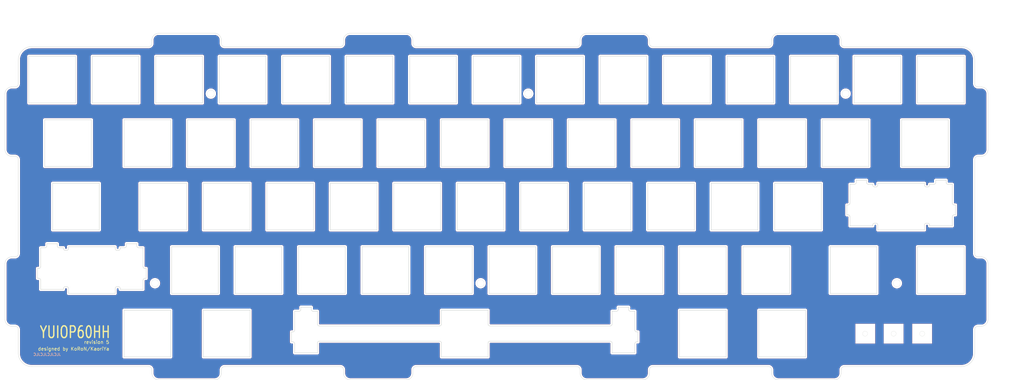
<source format=kicad_pcb>
(kicad_pcb (version 20211014) (generator pcbnew)
  (title_block (title "YUIOP60HH/Top plate with Gasket") (date "2023-06-02") (rev "5.2") (company "KaoriYa"))
  (layers (0 "F.Cu" signal) (31 "B.Cu" signal) (34 "B.Paste" user) (35 "F.Paste" user) (36 "B.SilkS" user "B.Silkscreen") (37 "F.SilkS" user "F.Silkscreen") (38 "B.Mask" user) (39 "F.Mask" user) (44 "Edge.Cuts" user))
  (net 0 "")
  (footprint "yuiop:TopPlate_v2_Switch_1u" (layer "F.Cu") (at 79.15 109.20984)
    (fp_text reference "KSW1" hide)
    (fp_text value "ESC" hide)
    (fp_line (start -7.0104 7.0104) (end 7.0104 7.0104) (layer "Edge.Cuts") (width 0.12))
    (fp_line (start 7.0104 -7.0104) (end -7.0104 -7.0104) (layer "Edge.Cuts") (width 0.12))
    (fp_line (start 7.0104 7.0104) (end 7.0104 -7.0104) (layer "Edge.Cuts") (width 0.12))
    (fp_line (start -7.0104 -7.0104) (end -7.0104 7.0104) (layer "Edge.Cuts") (width 0.12))
  )
  (footprint "yuiop:TopPlate_v2_Switch_1u" (layer "F.Cu") (at 98.2 109.20984)
    (fp_text reference "KSW2" hide)
    (fp_text value "1" hide)
    (fp_line (start -7.0104 7.0104) (end 7.0104 7.0104) (layer "Edge.Cuts") (width 0.12))
    (fp_line (start 7.0104 7.0104) (end 7.0104 -7.0104) (layer "Edge.Cuts") (width 0.12))
    (fp_line (start -7.0104 -7.0104) (end -7.0104 7.0104) (layer "Edge.Cuts") (width 0.12))
    (fp_line (start 7.0104 -7.0104) (end -7.0104 -7.0104) (layer "Edge.Cuts") (width 0.12))
  )
  (footprint "yuiop:TopPlate_v2_Switch_1u" (layer "F.Cu") (at 117.25 109.20984)
    (fp_text reference "KSW3" hide)
    (fp_text value "2" hide)
    (fp_line (start -7.0104 -7.0104) (end -7.0104 7.0104) (layer "Edge.Cuts") (width 0.12))
    (fp_line (start -7.0104 7.0104) (end 7.0104 7.0104) (layer "Edge.Cuts") (width 0.12))
    (fp_line (start 7.0104 -7.0104) (end -7.0104 -7.0104) (layer "Edge.Cuts") (width 0.12))
    (fp_line (start 7.0104 7.0104) (end 7.0104 -7.0104) (layer "Edge.Cuts") (width 0.12))
  )
  (footprint "yuiop:TopPlate_v2_Switch_1u" (layer "F.Cu") (at 136.3 109.20984)
    (fp_text reference "KSW4" hide)
    (fp_text value "3" hide)
    (fp_line (start -7.0104 -7.0104) (end -7.0104 7.0104) (layer "Edge.Cuts") (width 0.12))
    (fp_line (start 7.0104 -7.0104) (end -7.0104 -7.0104) (layer "Edge.Cuts") (width 0.12))
    (fp_line (start -7.0104 7.0104) (end 7.0104 7.0104) (layer "Edge.Cuts") (width 0.12))
    (fp_line (start 7.0104 7.0104) (end 7.0104 -7.0104) (layer "Edge.Cuts") (width 0.12))
  )
  (footprint "yuiop:TopPlate_v2_Switch_1u" (layer "F.Cu") (at 155.35 109.20984)
    (fp_text reference "KSW5" hide)
    (fp_text value "4" hide)
    (fp_line (start -7.0104 -7.0104) (end -7.0104 7.0104) (layer "Edge.Cuts") (width 0.12))
    (fp_line (start 7.0104 -7.0104) (end -7.0104 -7.0104) (layer "Edge.Cuts") (width 0.12))
    (fp_line (start -7.0104 7.0104) (end 7.0104 7.0104) (layer "Edge.Cuts") (width 0.12))
    (fp_line (start 7.0104 7.0104) (end 7.0104 -7.0104) (layer "Edge.Cuts") (width 0.12))
  )
  (footprint "yuiop:TopPlate_v2_Switch_1u" (layer "F.Cu") (at 174.4 109.20984)
    (fp_text reference "KSW6" hide)
    (fp_text value "5" hide)
    (fp_line (start -7.0104 7.0104) (end 7.0104 7.0104) (layer "Edge.Cuts") (width 0.12))
    (fp_line (start 7.0104 -7.0104) (end -7.0104 -7.0104) (layer "Edge.Cuts") (width 0.12))
    (fp_line (start -7.0104 -7.0104) (end -7.0104 7.0104) (layer "Edge.Cuts") (width 0.12))
    (fp_line (start 7.0104 7.0104) (end 7.0104 -7.0104) (layer "Edge.Cuts") (width 0.12))
  )
  (footprint "yuiop:TopPlate_v2_Switch_1u" (layer "F.Cu") (at 193.45 109.20984)
    (fp_text reference "KSW7" hide)
    (fp_text value "6" hide)
    (fp_line (start 7.0104 7.0104) (end 7.0104 -7.0104) (layer "Edge.Cuts") (width 0.12))
    (fp_line (start 7.0104 -7.0104) (end -7.0104 -7.0104) (layer "Edge.Cuts") (width 0.12))
    (fp_line (start -7.0104 -7.0104) (end -7.0104 7.0104) (layer "Edge.Cuts") (width 0.12))
    (fp_line (start -7.0104 7.0104) (end 7.0104 7.0104) (layer "Edge.Cuts") (width 0.12))
  )
  (footprint "yuiop:TopPlate_v2_Switch_1u" (layer "F.Cu") (at 212.5 109.20984)
    (fp_text reference "KSW8" hide)
    (fp_text value "7" hide)
    (fp_line (start -7.0104 -7.0104) (end -7.0104 7.0104) (layer "Edge.Cuts") (width 0.12))
    (fp_line (start -7.0104 7.0104) (end 7.0104 7.0104) (layer "Edge.Cuts") (width 0.12))
    (fp_line (start 7.0104 -7.0104) (end -7.0104 -7.0104) (layer "Edge.Cuts") (width 0.12))
    (fp_line (start 7.0104 7.0104) (end 7.0104 -7.0104) (layer "Edge.Cuts") (width 0.12))
  )
  (footprint "yuiop:TopPlate_v2_Switch_1u" (layer "F.Cu") (at 231.55 109.20984)
    (fp_text reference "KSW9" hide)
    (fp_text value "8" hide)
    (fp_line (start 7.0104 -7.0104) (end -7.0104 -7.0104) (layer "Edge.Cuts") (width 0.12))
    (fp_line (start -7.0104 7.0104) (end 7.0104 7.0104) (layer "Edge.Cuts") (width 0.12))
    (fp_line (start -7.0104 -7.0104) (end -7.0104 7.0104) (layer "Edge.Cuts") (width 0.12))
    (fp_line (start 7.0104 7.0104) (end 7.0104 -7.0104) (layer "Edge.Cuts") (width 0.12))
  )
  (footprint "yuiop:TopPlate_v2_Switch_1u" (layer "F.Cu") (at 250.6 109.20984)
    (fp_text reference "KSW10" hide)
    (fp_text value "9" hide)
    (fp_line (start -7.0104 7.0104) (end 7.0104 7.0104) (layer "Edge.Cuts") (width 0.12))
    (fp_line (start 7.0104 -7.0104) (end -7.0104 -7.0104) (layer "Edge.Cuts") (width 0.12))
    (fp_line (start -7.0104 -7.0104) (end -7.0104 7.0104) (layer "Edge.Cuts") (width 0.12))
    (fp_line (start 7.0104 7.0104) (end 7.0104 -7.0104) (layer "Edge.Cuts") (width 0.12))
  )
  (footprint "yuiop:TopPlate_v2_Switch_1u" (layer "F.Cu") (at 269.65 109.20984)
    (fp_text reference "KSW11" hide)
    (fp_text value "0" hide)
    (fp_line (start 7.0104 7.0104) (end 7.0104 -7.0104) (layer "Edge.Cuts") (width 0.12))
    (fp_line (start 7.0104 -7.0104) (end -7.0104 -7.0104) (layer "Edge.Cuts") (width 0.12))
    (fp_line (start -7.0104 7.0104) (end 7.0104 7.0104) (layer "Edge.Cuts") (width 0.12))
    (fp_line (start -7.0104 -7.0104) (end -7.0104 7.0104) (layer "Edge.Cuts") (width 0.12))
  )
  (footprint "yuiop:TopPlate_v2_Switch_1u" (layer "F.Cu") (at 288.7 109.20984)
    (fp_text reference "KSW12" hide)
    (fp_text value "- _" hide)
    (fp_line (start 7.0104 7.0104) (end 7.0104 -7.0104) (layer "Edge.Cuts") (width 0.12))
    (fp_line (start -7.0104 7.0104) (end 7.0104 7.0104) (layer "Edge.Cuts") (width 0.12))
    (fp_line (start -7.0104 -7.0104) (end -7.0104 7.0104) (layer "Edge.Cuts") (width 0.12))
    (fp_line (start 7.0104 -7.0104) (end -7.0104 -7.0104) (layer "Edge.Cuts") (width 0.12))
  )
  (footprint "yuiop:TopPlate_v2_Switch_1u" (layer "F.Cu") (at 307.75 109.20984)
    (fp_text reference "KSW13" hide)
    (fp_text value "= +" hide)
    (fp_line (start 7.0104 7.0104) (end 7.0104 -7.0104) (layer "Edge.Cuts") (width 0.12))
    (fp_line (start -7.0104 -7.0104) (end -7.0104 7.0104) (layer "Edge.Cuts") (width 0.12))
    (fp_line (start 7.0104 -7.0104) (end -7.0104 -7.0104) (layer "Edge.Cuts") (width 0.12))
    (fp_line (start -7.0104 7.0104) (end 7.0104 7.0104) (layer "Edge.Cuts") (width 0.12))
  )
  (footprint "yuiop:TopPlate_v2_Switch_1u" (layer "F.Cu") (at 326.8 109.20984)
    (fp_text reference "KSW14" hide)
    (fp_text value "\\ _" hide)
    (fp_line (start 7.0104 -7.0104) (end -7.0104 -7.0104) (layer "Edge.Cuts") (width 0.12))
    (fp_line (start -7.0104 7.0104) (end 7.0104 7.0104) (layer "Edge.Cuts") (width 0.12))
    (fp_line (start -7.0104 -7.0104) (end -7.0104 7.0104) (layer "Edge.Cuts") (width 0.12))
    (fp_line (start 7.0104 7.0104) (end 7.0104 -7.0104) (layer "Edge.Cuts") (width 0.12))
  )
  (footprint "yuiop:TopPlate_v2_Switch_1u" (layer "F.Cu") (at 345.85 109.20984)
    (fp_text reference "KSW15" hide)
    (fp_text value "` ~" hide)
    (fp_line (start -7.0104 -7.0104) (end -7.0104 7.0104) (layer "Edge.Cuts") (width 0.12))
    (fp_line (start 7.0104 7.0104) (end 7.0104 -7.0104) (layer "Edge.Cuts") (width 0.12))
    (fp_line (start 7.0104 -7.0104) (end -7.0104 -7.0104) (layer "Edge.Cuts") (width 0.12))
    (fp_line (start -7.0104 7.0104) (end 7.0104 7.0104) (layer "Edge.Cuts") (width 0.12))
  )
  (footprint "yuiop:TopPlate_v2_Switch_1u" (layer "F.Cu") (at 83.9125 128.25984)
    (fp_text reference "KSW16" hide)
    (fp_text value "Tab" hide)
    (fp_line (start 7.0104 7.0104) (end 7.0104 -7.0104) (layer "Edge.Cuts") (width 0.12))
    (fp_line (start -7.0104 7.0104) (end 7.0104 7.0104) (layer "Edge.Cuts") (width 0.12))
    (fp_line (start -7.0104 -7.0104) (end -7.0104 7.0104) (layer "Edge.Cuts") (width 0.12))
    (fp_line (start 7.0104 -7.0104) (end -7.0104 -7.0104) (layer "Edge.Cuts") (width 0.12))
  )
  (footprint "yuiop:TopPlate_v2_Switch_1u" (layer "F.Cu") (at 107.725 128.25984)
    (fp_text reference "KSW17" hide)
    (fp_text value "Q" hide)
    (fp_line (start -7.0104 7.0104) (end 7.0104 7.0104) (layer "Edge.Cuts") (width 0.12))
    (fp_line (start 7.0104 7.0104) (end 7.0104 -7.0104) (layer "Edge.Cuts") (width 0.12))
    (fp_line (start 7.0104 -7.0104) (end -7.0104 -7.0104) (layer "Edge.Cuts") (width 0.12))
    (fp_line (start -7.0104 -7.0104) (end -7.0104 7.0104) (layer "Edge.Cuts") (width 0.12))
  )
  (footprint "yuiop:TopPlate_v2_Switch_1u" (layer "F.Cu") (at 126.775 128.25984)
    (fp_text reference "KSW18" hide)
    (fp_text value "W" hide)
    (fp_line (start 7.0104 7.0104) (end 7.0104 -7.0104) (layer "Edge.Cuts") (width 0.12))
    (fp_line (start -7.0104 -7.0104) (end -7.0104 7.0104) (layer "Edge.Cuts") (width 0.12))
    (fp_line (start 7.0104 -7.0104) (end -7.0104 -7.0104) (layer "Edge.Cuts") (width 0.12))
    (fp_line (start -7.0104 7.0104) (end 7.0104 7.0104) (layer "Edge.Cuts") (width 0.12))
  )
  (footprint "yuiop:TopPlate_v2_Switch_1u" (layer "F.Cu") (at 145.825 128.25984)
    (fp_text reference "KSW19" hide)
    (fp_text value "E" hide)
    (fp_line (start -7.0104 -7.0104) (end -7.0104 7.0104) (layer "Edge.Cuts") (width 0.12))
    (fp_line (start 7.0104 -7.0104) (end -7.0104 -7.0104) (layer "Edge.Cuts") (width 0.12))
    (fp_line (start -7.0104 7.0104) (end 7.0104 7.0104) (layer "Edge.Cuts") (width 0.12))
    (fp_line (start 7.0104 7.0104) (end 7.0104 -7.0104) (layer "Edge.Cuts") (width 0.12))
  )
  (footprint "yuiop:TopPlate_v2_Switch_1u" (layer "F.Cu") (at 164.875 128.25984)
    (fp_text reference "KSW20" hide)
    (fp_text value "R" hide)
    (fp_line (start -7.0104 7.0104) (end 7.0104 7.0104) (layer "Edge.Cuts") (width 0.12))
    (fp_line (start 7.0104 -7.0104) (end -7.0104 -7.0104) (layer "Edge.Cuts") (width 0.12))
    (fp_line (start -7.0104 -7.0104) (end -7.0104 7.0104) (layer "Edge.Cuts") (width 0.12))
    (fp_line (start 7.0104 7.0104) (end 7.0104 -7.0104) (layer "Edge.Cuts") (width 0.12))
  )
  (footprint "yuiop:TopPlate_v2_Switch_1u" (layer "F.Cu") (at 183.925 128.25984)
    (fp_text reference "KSW21" hide)
    (fp_text value "T" hide)
    (fp_line (start -7.0104 7.0104) (end 7.0104 7.0104) (layer "Edge.Cuts") (width 0.12))
    (fp_line (start -7.0104 -7.0104) (end -7.0104 7.0104) (layer "Edge.Cuts") (width 0.12))
    (fp_line (start 7.0104 7.0104) (end 7.0104 -7.0104) (layer "Edge.Cuts") (width 0.12))
    (fp_line (start 7.0104 -7.0104) (end -7.0104 -7.0104) (layer "Edge.Cuts") (width 0.12))
  )
  (footprint "yuiop:TopPlate_v2_Switch_1u" (layer "F.Cu") (at 202.975 128.25984)
    (fp_text reference "KSW22" hide)
    (fp_text value "Y" hide)
    (fp_line (start -7.0104 -7.0104) (end -7.0104 7.0104) (layer "Edge.Cuts") (width 0.12))
    (fp_line (start 7.0104 7.0104) (end 7.0104 -7.0104) (layer "Edge.Cuts") (width 0.12))
    (fp_line (start 7.0104 -7.0104) (end -7.0104 -7.0104) (layer "Edge.Cuts") (width 0.12))
    (fp_line (start -7.0104 7.0104) (end 7.0104 7.0104) (layer "Edge.Cuts") (width 0.12))
  )
  (footprint "yuiop:TopPlate_v2_Switch_1u" (layer "F.Cu") (at 222.025 128.25984)
    (fp_text reference "KSW23" hide)
    (fp_text value "U" hide)
    (fp_line (start 7.0104 -7.0104) (end -7.0104 -7.0104) (layer "Edge.Cuts") (width 0.12))
    (fp_line (start -7.0104 -7.0104) (end -7.0104 7.0104) (layer "Edge.Cuts") (width 0.12))
    (fp_line (start 7.0104 7.0104) (end 7.0104 -7.0104) (layer "Edge.Cuts") (width 0.12))
    (fp_line (start -7.0104 7.0104) (end 7.0104 7.0104) (layer "Edge.Cuts") (width 0.12))
  )
  (footprint "yuiop:TopPlate_v2_Switch_1u" (layer "F.Cu") (at 241.075 128.25984)
    (fp_text reference "KSW24" hide)
    (fp_text value "I" hide)
    (fp_line (start -7.0104 7.0104) (end 7.0104 7.0104) (layer "Edge.Cuts") (width 0.12))
    (fp_line (start -7.0104 -7.0104) (end -7.0104 7.0104) (layer "Edge.Cuts") (width 0.12))
    (fp_line (start 7.0104 -7.0104) (end -7.0104 -7.0104) (layer "Edge.Cuts") (width 0.12))
    (fp_line (start 7.0104 7.0104) (end 7.0104 -7.0104) (layer "Edge.Cuts") (width 0.12))
  )
  (footprint "yuiop:TopPlate_v2_Switch_1u" (layer "F.Cu") (at 260.125 128.25984)
    (fp_text reference "KSW25" hide)
    (fp_text value "O" hide)
    (fp_line (start 7.0104 -7.0104) (end -7.0104 -7.0104) (layer "Edge.Cuts") (width 0.12))
    (fp_line (start -7.0104 7.0104) (end 7.0104 7.0104) (layer "Edge.Cuts") (width 0.12))
    (fp_line (start -7.0104 -7.0104) (end -7.0104 7.0104) (layer "Edge.Cuts") (width 0.12))
    (fp_line (start 7.0104 7.0104) (end 7.0104 -7.0104) (layer "Edge.Cuts") (width 0.12))
  )
  (footprint "yuiop:TopPlate_v2_Switch_1u" (layer "F.Cu") (at 279.175 128.25984)
    (fp_text reference "KSW26" hide)
    (fp_text value "P" hide)
    (fp_line (start -7.0104 7.0104) (end 7.0104 7.0104) (layer "Edge.Cuts") (width 0.12))
    (fp_line (start -7.0104 -7.0104) (end -7.0104 7.0104) (layer "Edge.Cuts") (width 0.12))
    (fp_line (start 7.0104 7.0104) (end 7.0104 -7.0104) (layer "Edge.Cuts") (width 0.12))
    (fp_line (start 7.0104 -7.0104) (end -7.0104 -7.0104) (layer "Edge.Cuts") (width 0.12))
  )
  (footprint "yuiop:TopPlate_v2_Switch_1u" (layer "F.Cu") (at 298.225 128.25984)
    (fp_text reference "KSW27" hide)
    (fp_text value "[ {" hide)
    (fp_line (start 7.0104 -7.0104) (end -7.0104 -7.0104) (layer "Edge.Cuts") (width 0.12))
    (fp_line (start -7.0104 -7.0104) (end -7.0104 7.0104) (layer "Edge.Cuts") (width 0.12))
    (fp_line (start -7.0104 7.0104) (end 7.0104 7.0104) (layer "Edge.Cuts") (width 0.12))
    (fp_line (start 7.0104 7.0104) (end 7.0104 -7.0104) (layer "Edge.Cuts") (width 0.12))
  )
  (footprint "yuiop:TopPlate_v2_Switch_1u" (layer "F.Cu") (at 317.275 128.25984)
    (fp_text reference "KSW28" hide)
    (fp_text value "] }" hide)
    (fp_line (start 7.0104 -7.0104) (end -7.0104 -7.0104) (layer "Edge.Cuts") (width 0.12))
    (fp_line (start -7.0104 -7.0104) (end -7.0104 7.0104) (layer "Edge.Cuts") (width 0.12))
    (fp_line (start 7.0104 7.0104) (end 7.0104 -7.0104) (layer "Edge.Cuts") (width 0.12))
    (fp_line (start -7.0104 7.0104) (end 7.0104 7.0104) (layer "Edge.Cuts") (width 0.12))
  )
  (footprint "yuiop:TopPlate_v2_Switch_1u" (layer "F.Cu") (at 341.087 128.25984)
    (fp_text reference "KSW29" hide)
    (fp_text value "Delete" hide)
    (fp_line (start 7.0104 7.0104) (end 7.0104 -7.0104) (layer "Edge.Cuts") (width 0.12))
    (fp_line (start -7.0104 -7.0104) (end -7.0104 7.0104) (layer "Edge.Cuts") (width 0.12))
    (fp_line (start 7.0104 -7.0104) (end -7.0104 -7.0104) (layer "Edge.Cuts") (width 0.12))
    (fp_line (start -7.0104 7.0104) (end 7.0104 7.0104) (layer "Edge.Cuts") (width 0.12))
  )
  (footprint "yuiop:TopPlate_v2_Switch_1u" (layer "F.Cu") (at 86.2938 147.30984)
    (fp_text reference "KSW30" hide)
    (fp_text value "Ctrl" hide)
    (fp_line (start -7.0104 7.0104) (end 7.0104 7.0104) (layer "Edge.Cuts") (width 0.12))
    (fp_line (start -7.0104 -7.0104) (end -7.0104 7.0104) (layer "Edge.Cuts") (width 0.12))
    (fp_line (start 7.0104 -7.0104) (end -7.0104 -7.0104) (layer "Edge.Cuts") (width 0.12))
    (fp_line (start 7.0104 7.0104) (end 7.0104 -7.0104) (layer "Edge.Cuts") (width 0.12))
  )
  (footprint "yuiop:TopPlate_v2_Switch_1u" (layer "F.Cu") (at 112.487 147.30984)
    (fp_text reference "KSW31" hide)
    (fp_text value "A" hide)
    (fp_line (start 7.0104 -7.0104) (end -7.0104 -7.0104) (layer "Edge.Cuts") (width 0.12))
    (fp_line (start -7.0104 -7.0104) (end -7.0104 7.0104) (layer "Edge.Cuts") (width 0.12))
    (fp_line (start 7.0104 7.0104) (end 7.0104 -7.0104) (layer "Edge.Cuts") (width 0.12))
    (fp_line (start -7.0104 7.0104) (end 7.0104 7.0104) (layer "Edge.Cuts") (width 0.12))
  )
  (footprint "yuiop:TopPlate_v2_Switch_1u" (layer "F.Cu") (at 131.537 147.30984)
    (fp_text reference "KSW32" hide)
    (fp_text value "S" hide)
    (fp_line (start 7.0104 7.0104) (end 7.0104 -7.0104) (layer "Edge.Cuts") (width 0.12))
    (fp_line (start 7.0104 -7.0104) (end -7.0104 -7.0104) (layer "Edge.Cuts") (width 0.12))
    (fp_line (start -7.0104 7.0104) (end 7.0104 7.0104) (layer "Edge.Cuts") (width 0.12))
    (fp_line (start -7.0104 -7.0104) (end -7.0104 7.0104) (layer "Edge.Cuts") (width 0.12))
  )
  (footprint "yuiop:TopPlate_v2_Switch_1u" (layer "F.Cu") (at 150.587 147.30984)
    (fp_text reference "KSW33" hide)
    (fp_text value "D" hide)
    (fp_line (start -7.0104 7.0104) (end 7.0104 7.0104) (layer "Edge.Cuts") (width 0.12))
    (fp_line (start 7.0104 -7.0104) (end -7.0104 -7.0104) (layer "Edge.Cuts") (width 0.12))
    (fp_line (start 7.0104 7.0104) (end 7.0104 -7.0104) (layer "Edge.Cuts") (width 0.12))
    (fp_line (start -7.0104 -7.0104) (end -7.0104 7.0104) (layer "Edge.Cuts") (width 0.12))
  )
  (footprint "yuiop:TopPlate_v2_Switch_1u" (layer "F.Cu") (at 169.637 147.30984)
    (fp_text reference "KSW34" hide)
    (fp_text value "F" hide)
    (fp_line (start -7.0104 7.0104) (end 7.0104 7.0104) (layer "Edge.Cuts") (width 0.12))
    (fp_line (start 7.0104 7.0104) (end 7.0104 -7.0104) (layer "Edge.Cuts") (width 0.12))
    (fp_line (start 7.0104 -7.0104) (end -7.0104 -7.0104) (layer "Edge.Cuts") (width 0.12))
    (fp_line (start -7.0104 -7.0104) (end -7.0104 7.0104) (layer "Edge.Cuts") (width 0.12))
  )
  (footprint "yuiop:TopPlate_v2_Switch_1u" (layer "F.Cu") (at 188.687 147.30984)
    (fp_text reference "KSW35" hide)
    (fp_text value "G" hide)
    (fp_line (start -7.0104 7.0104) (end 7.0104 7.0104) (layer "Edge.Cuts") (width 0.12))
    (fp_line (start -7.0104 -7.0104) (end -7.0104 7.0104) (layer "Edge.Cuts") (width 0.12))
    (fp_line (start 7.0104 7.0104) (end 7.0104 -7.0104) (layer "Edge.Cuts") (width 0.12))
    (fp_line (start 7.0104 -7.0104) (end -7.0104 -7.0104) (layer "Edge.Cuts") (width 0.12))
  )
  (footprint "yuiop:TopPlate_v2_Switch_1u" (layer "F.Cu") (at 207.737 147.30984)
    (fp_text reference "KSW36" hide)
    (fp_text value "H" hide)
    (fp_line (start -7.0104 7.0104) (end 7.0104 7.0104) (layer "Edge.Cuts") (width 0.12))
    (fp_line (start 7.0104 -7.0104) (end -7.0104 -7.0104) (layer "Edge.Cuts") (width 0.12))
    (fp_line (start 7.0104 7.0104) (end 7.0104 -7.0104) (layer "Edge.Cuts") (width 0.12))
    (fp_line (start -7.0104 -7.0104) (end -7.0104 7.0104) (layer "Edge.Cuts") (width 0.12))
  )
  (footprint "yuiop:TopPlate_v2_Switch_1u" (layer "F.Cu") (at 226.787 147.30984)
    (fp_text reference "KSW37" hide)
    (fp_text value "J" hide)
    (fp_line (start 7.0104 -7.0104) (end -7.0104 -7.0104) (layer "Edge.Cuts") (width 0.12))
    (fp_line (start -7.0104 -7.0104) (end -7.0104 7.0104) (layer "Edge.Cuts") (width 0.12))
    (fp_line (start 7.0104 7.0104) (end 7.0104 -7.0104) (layer "Edge.Cuts") (width 0.12))
    (fp_line (start -7.0104 7.0104) (end 7.0104 7.0104) (layer "Edge.Cuts") (width 0.12))
  )
  (footprint "yuiop:TopPlate_v2_Switch_1u" (layer "F.Cu") (at 245.837 147.30984)
    (fp_text reference "KSW38" hide)
    (fp_text value "K" hide)
    (fp_line (start 7.0104 -7.0104) (end -7.0104 -7.0104) (layer "Edge.Cuts") (width 0.12))
    (fp_line (start 7.0104 7.0104) (end 7.0104 -7.0104) (layer "Edge.Cuts") (width 0.12))
    (fp_line (start -7.0104 -7.0104) (end -7.0104 7.0104) (layer "Edge.Cuts") (width 0.12))
    (fp_line (start -7.0104 7.0104) (end 7.0104 7.0104) (layer "Edge.Cuts") (width 0.12))
  )
  (footprint "yuiop:TopPlate_v2_Switch_1u" (layer "F.Cu") (at 264.887 147.30984)
    (fp_text reference "KSW39" hide)
    (fp_text value "L" hide)
    (fp_line (start 7.0104 -7.0104) (end -7.0104 -7.0104) (layer "Edge.Cuts") (width 0.12))
    (fp_line (start -7.0104 -7.0104) (end -7.0104 7.0104) (layer "Edge.Cuts") (width 0.12))
    (fp_line (start 7.0104 7.0104) (end 7.0104 -7.0104) (layer "Edge.Cuts") (width 0.12))
    (fp_line (start -7.0104 7.0104) (end 7.0104 7.0104) (layer "Edge.Cuts") (width 0.12))
  )
  (footprint "yuiop:TopPlate_v2_Switch_1u" (layer "F.Cu") (at 283.937 147.30984)
    (fp_text reference "KSW40" hide)
    (fp_text value "; :" hide)
    (fp_line (start 7.0104 -7.0104) (end -7.0104 -7.0104) (layer "Edge.Cuts") (width 0.12))
    (fp_line (start 7.0104 7.0104) (end 7.0104 -7.0104) (layer "Edge.Cuts") (width 0.12))
    (fp_line (start -7.0104 -7.0104) (end -7.0104 7.0104) (layer "Edge.Cuts") (width 0.12))
    (fp_line (start -7.0104 7.0104) (end 7.0104 7.0104) (layer "Edge.Cuts") (width 0.12))
  )
  (footprint "yuiop:TopPlate_v2_Switch_1u" (layer "F.Cu") (at 302.987 147.30984)
    (fp_text reference "KSW41" hide)
    (fp_text value "' \"" hide)
    (fp_line (start -7.0104 -7.0104) (end -7.0104 7.0104) (layer "Edge.Cuts") (width 0.12))
    (fp_line (start 7.0104 -7.0104) (end -7.0104 -7.0104) (layer "Edge.Cuts") (width 0.12))
    (fp_line (start 7.0104 7.0104) (end 7.0104 -7.0104) (layer "Edge.Cuts") (width 0.12))
    (fp_line (start -7.0104 7.0104) (end 7.0104 7.0104) (layer "Edge.Cuts") (width 0.12))
  )
  (footprint "yuiop:TopPlate_v2_Switch_1u" (layer "F.Cu") (at 122.013 166.35984)
    (fp_text reference "KSW44" hide)
    (fp_text value "Z" hide)
    (fp_line (start 7.0104 7.0104) (end 7.0104 -7.0104) (layer "Edge.Cuts") (width 0.12))
    (fp_line (start -7.0104 7.0104) (end 7.0104 7.0104) (layer "Edge.Cuts") (width 0.12))
    (fp_line (start -7.0104 -7.0104) (end -7.0104 7.0104) (layer "Edge.Cuts") (width 0.12))
    (fp_line (start 7.0104 -7.0104) (end -7.0104 -7.0104) (layer "Edge.Cuts") (width 0.12))
  )
  (footprint "yuiop:TopPlate_v2_Switch_1u" (layer "F.Cu") (at 141.063 166.35984)
    (fp_text reference "KSW45" hide)
    (fp_text value "X" hide)
    (fp_line (start -7.0104 7.0104) (end 7.0104 7.0104) (layer "Edge.Cuts") (width 0.12))
    (fp_line (start 7.0104 7.0104) (end 7.0104 -7.0104) (layer "Edge.Cuts") (width 0.12))
    (fp_line (start 7.0104 -7.0104) (end -7.0104 -7.0104) (layer "Edge.Cuts") (width 0.12))
    (fp_line (start -7.0104 -7.0104) (end -7.0104 7.0104) (layer "Edge.Cuts") (width 0.12))
  )
  (footprint "yuiop:TopPlate_v2_Switch_1u" (layer "F.Cu") (at 160.113 166.35984)
    (fp_text reference "KSW46" hide)
    (fp_text value "C" hide)
    (fp_line (start 7.0104 7.0104) (end 7.0104 -7.0104) (layer "Edge.Cuts") (width 0.12))
    (fp_line (start 7.0104 -7.0104) (end -7.0104 -7.0104) (layer "Edge.Cuts") (width 0.12))
    (fp_line (start -7.0104 7.0104) (end 7.0104 7.0104) (layer "Edge.Cuts") (width 0.12))
    (fp_line (start -7.0104 -7.0104) (end -7.0104 7.0104) (layer "Edge.Cuts") (width 0.12))
  )
  (footprint "yuiop:TopPlate_v2_Switch_1u" (layer "F.Cu") (at 179.163 166.35984)
    (fp_text reference "KSW47" hide)
    (fp_text value "V" hide)
    (fp_line (start -7.0104 7.0104) (end 7.0104 7.0104) (layer "Edge.Cuts") (width 0.12))
    (fp_line (start 7.0104 -7.0104) (end -7.0104 -7.0104) (layer "Edge.Cuts") (width 0.12))
    (fp_line (start 7.0104 7.0104) (end 7.0104 -7.0104) (layer "Edge.Cuts") (width 0.12))
    (fp_line (start -7.0104 -7.0104) (end -7.0104 7.0104) (layer "Edge.Cuts") (width 0.12))
  )
  (footprint "yuiop:TopPlate_v2_Switch_1u" (layer "F.Cu") (at 198.213 166.35984)
    (fp_text reference "KSW48" hide)
    (fp_text value "B" hide)
    (fp_line (start 7.0104 -7.0104) (end -7.0104 -7.0104) (layer "Edge.Cuts") (width 0.12))
    (fp_line (start -7.0104 7.0104) (end 7.0104 7.0104) (layer "Edge.Cuts") (width 0.12))
    (fp_line (start 7.0104 7.0104) (end 7.0104 -7.0104) (layer "Edge.Cuts") (width 0.12))
    (fp_line (start -7.0104 -7.0104) (end -7.0104 7.0104) (layer "Edge.Cuts") (width 0.12))
  )
  (footprint "yuiop:TopPlate_v2_Switch_1u" (layer "F.Cu") (at 217.263 166.35984)
    (fp_text reference "KSW49" hide)
    (fp_text value "N" hide)
    (fp_line (start -7.0104 7.0104) (end 7.0104 7.0104) (layer "Edge.Cuts") (width 0.12))
    (fp_line (start -7.0104 -7.0104) (end -7.0104 7.0104) (layer "Edge.Cuts") (width 0.12))
    (fp_line (start 7.0104 -7.0104) (end -7.0104 -7.0104) (layer "Edge.Cuts") (width 0.12))
    (fp_line (start 7.0104 7.0104) (end 7.0104 -7.0104) (layer "Edge.Cuts") (width 0.12))
  )
  (footprint "yuiop:TopPlate_v2_Switch_1u" (layer "F.Cu") (at 236.313 166.35984)
    (fp_text reference "KSW50" hide)
    (fp_text value "M" hide)
    (fp_line (start -7.0104 7.0104) (end 7.0104 7.0104) (layer "Edge.Cuts") (width 0.12))
    (fp_line (start 7.0104 -7.0104) (end -7.0104 -7.0104) (layer "Edge.Cuts") (width 0.12))
    (fp_line (start 7.0104 7.0104) (end 7.0104 -7.0104) (layer "Edge.Cuts") (width 0.12))
    (fp_line (start -7.0104 -7.0104) (end -7.0104 7.0104) (layer "Edge.Cuts") (width 0.12))
  )
  (footprint "yuiop:TopPlate_v2_Switch_1u" (layer "F.Cu") (at 255.363 166.35984)
    (fp_text reference "KSW51" hide)
    (fp_text value ", <" hide)
    (fp_line (start 7.0104 -7.0104) (end -7.0104 -7.0104) (layer "Edge.Cuts") (width 0.12))
    (fp_line (start -7.0104 -7.0104) (end -7.0104 7.0104) (layer "Edge.Cuts") (width 0.12))
    (fp_line (start 7.0104 7.0104) (end 7.0104 -7.0104) (layer "Edge.Cuts") (width 0.12))
    (fp_line (start -7.0104 7.0104) (end 7.0104 7.0104) (layer "Edge.Cuts") (width 0.12))
  )
  (footprint "yuiop:TopPlate_v2_Switch_1u" (layer "F.Cu") (at 274.413 166.35984)
    (fp_text reference "KSW52" hide)
    (fp_text value ". >" hide)
    (fp_line (start -7.0104 7.0104) (end 7.0104 7.0104) (layer "Edge.Cuts") (width 0.12))
    (fp_line (start 7.0104 7.0104) (end 7.0104 -7.0104) (layer "Edge.Cuts") (width 0.12))
    (fp_line (start 7.0104 -7.0104) (end -7.0104 -7.0104) (layer "Edge.Cuts") (width 0.12))
    (fp_line (start -7.0104 -7.0104) (end -7.0104 7.0104) (layer "Edge.Cuts") (width 0.12))
  )
  (footprint "yuiop:TopPlate_v2_Switch_1u" (layer "F.Cu") (at 293.463 166.35984)
    (fp_text reference "KSW53" hide)
    (fp_text value "/ ?" hide)
    (fp_line (start -7.0104 7.0104) (end 7.0104 7.0104) (layer "Edge.Cuts") (width 0.12))
    (fp_line (start -7.0104 -7.0104) (end -7.0104 7.0104) (layer "Edge.Cuts") (width 0.12))
    (fp_line (start 7.0104 -7.0104) (end -7.0104 -7.0104) (layer "Edge.Cuts") (width 0.12))
    (fp_line (start 7.0104 7.0104) (end 7.0104 -7.0104) (layer "Edge.Cuts") (width 0.12))
  )
  (footprint "yuiop:TopPlate_v2_Switch_1u" (layer "F.Cu") (at 319.656 166.35984)
    (fp_text reference "KSW54" hide)
    (fp_text value "Shift" hide)
    (fp_line (start 7.0104 -7.0104) (end -7.0104 -7.0104) (layer "Edge.Cuts") (width 0.12))
    (fp_line (start 7.0104 7.0104) (end 7.0104 -7.0104) (layer "Edge.Cuts") (width 0.12))
    (fp_line (start -7.0104 -7.0104) (end -7.0104 7.0104) (layer "Edge.Cuts") (width 0.12))
    (fp_line (start -7.0104 7.0104) (end 7.0104 7.0104) (layer "Edge.Cuts") (width 0.12))
  )
  (footprint "yuiop:TopPlate_v2_Switch_1u" (layer "F.Cu") (at 345.85 166.35984)
    (fp_text reference "KSW55" hide)
    (fp_text value "Fn" hide)
    (fp_line (start 7.0104 -7.0104) (end -7.0104 -7.0104) (layer "Edge.Cuts") (width 0.12))
    (fp_line (start -7.0104 -7.0104) (end -7.0104 7.0104) (layer "Edge.Cuts") (width 0.12))
    (fp_line (start 7.0104 7.0104) (end 7.0104 -7.0104) (layer "Edge.Cuts") (width 0.12))
    (fp_line (start -7.0104 7.0104) (end 7.0104 7.0104) (layer "Edge.Cuts") (width 0.12))
  )
  (footprint "yuiop:TopPlate_v2_Switch_1u" (layer "F.Cu") (at 131.537 185.40984)
    (fp_text reference "KSW57" hide)
    (fp_text value "GUI" hide)
    (fp_line (start -7.0104 -7.0104) (end -7.0104 7.0104) (layer "Edge.Cuts") (width 0.12))
    (fp_line (start 7.0104 7.0104) (end 7.0104 -7.0104) (layer "Edge.Cuts") (width 0.12))
    (fp_line (start 7.0104 -7.0104) (end -7.0104 -7.0104) (layer "Edge.Cuts") (width 0.12))
    (fp_line (start -7.0104 7.0104) (end 7.0104 7.0104) (layer "Edge.Cuts") (width 0.12))
  )
  (footprint "yuiop:TopPlate_v2_Switch_1u" (layer "F.Cu") (at 274.413 185.40984)
    (fp_text reference "KSW59" hide)
    (fp_text value "GUI" hide)
    (fp_line (start -7.0104 -7.0104) (end -7.0104 7.0104) (layer "Edge.Cuts") (width 0.12))
    (fp_line (start 7.0104 -7.0104) (end -7.0104 -7.0104) (layer "Edge.Cuts") (width 0.12))
    (fp_line (start 7.0104 7.0104) (end 7.0104 -7.0104) (layer "Edge.Cuts") (width 0.12))
    (fp_line (start -7.0104 7.0104) (end 7.0104 7.0104) (layer "Edge.Cuts") (width 0.12))
  )
  (footprint "yuiop:TopPlate_v2_Switch_1u" (layer "F.Cu") (at 298.225 185.40984)
    (fp_text reference "KSW60" hide)
    (fp_text value "Alt" hide)
    (fp_line (start -7.0104 7.0104) (end 7.0104 7.0104) (layer "Edge.Cuts") (width 0.12))
    (fp_line (start 7.0104 -7.0104) (end -7.0104 -7.0104) (layer "Edge.Cuts") (width 0.12))
    (fp_line (start -7.0104 -7.0104) (end -7.0104 7.0104) (layer "Edge.Cuts") (width 0.12))
    (fp_line (start 7.0104 7.0104) (end 7.0104 -7.0104) (layer "Edge.Cuts") (width 0.12))
  )
  (footprint "yuiop:TopPlate_v2_Stabilizer_2u" (layer "F.Cu") (at 91.0562 166.35984 180)
    (fp_text reference "KSW43" hide)
    (fp_text value "Shift")
    (fp_line (start 7.5104 -4.9784) (end 8.0097 -4.9784) (layer "Edge.Cuts") (width 0.12))
    (fp_line (start -16.3068 0.508) (end -16.3068 -2.4892) (layer "Edge.Cuts") (width 0.12))
    (fp_line (start 15.867 -2.4892) (end 16.3068 -2.4892) (layer "Edge.Cuts") (width 0.12))
    (fp_line (start 16.3068 0.508) (end 15.867 0.508) (layer "Edge.Cuts") (width 0.12))
    (fp_line (start 7.0104 7.0104) (end -7.0104 7.0104) (layer "Edge.Cuts") (width 0.12))
    (fp_line (start 7.0104 6.4182) (end 7.0104 7.0104) (layer "Edge.Cuts") (width 0.12))
    (fp_line (start 8.509 -5.4784) (end 8.509 -5.7912) (layer "Edge.Cuts") (width 0.12))
    (fp_line (start 10.3632 7.9248) (end 10.3632 7.2056) (layer "Edge.Cuts") (width 0.12))
    (fp_line (start 8.509 6.7056) (end 8.509 6.4182) (layer "Edge.Cuts") (width 0.12))
    (fp_line (start -13.5128 7.9248) (end -13.5128 7.2056) (layer "Edge.Cuts") (width 0.12))
    (fp_line (start -8.509 6.4182) (end -8.509 6.7056) (layer "Edge.Cuts") (width 0.12))
    (fp_line (start -8.0097 -4.9784) (end -7.5104 -4.9784) (layer "Edge.Cuts") (width 0.12))
    (fp_line (start -16.3068 -2.4892) (end -15.867 -2.4892) (layer "Edge.Cuts") (width 0.12))
    (fp_line (start -7.0104 -7.0104) (end 7.0104 -7.0104) (layer "Edge.Cuts") (width 0.12))
    (fp_line (start -15.367 -2.9892) (end -15.367 -5.7912) (layer "Edge.Cuts") (width 0.12))
    (fp_line (start -15.367 -5.7912) (end -8.509 -5.7912) (layer "Edge.Cuts") (width 0.12))
    (fp_line (start -10.3632 7.2056) (end -10.3632 7.9248) (layer "Edge.Cuts") (width 0.12))
    (fp_line (start -8.509 6.7056) (end -9.8632 6.7056) (layer "Edge.Cuts") (width 0.12))
    (fp_line (start 13.5128 7.2056) (end 13.5128 7.9248) (layer "Edge.Cuts") (width 0.12))
    (fp_line (start 8.509 -5.7912) (end 15.367 -5.7912) (layer "Edge.Cuts") (width 0.12))
    (fp_line (start 8.009 5.9182) (end 7.5104 5.9182) (layer "Edge.Cuts") (width 0.12))
    (fp_line (start -14.0128 6.7056) (end -15.367 6.7056) (layer "Edge.Cuts") (width 0.12))
    (fp_line (start 7.0104 -7.0104) (end 7.0104 -5.4784) (layer "Edge.Cuts") (width 0.12))
    (fp_line (start -7.5097 5.9182) (end -8.009 5.9182) (layer "Edge.Cuts") (width 0.12))
    (fp_line (start 16.3068 -2.4892) (end 16.3068 0.508) (layer "Edge.Cuts") (width 0.12))
    (fp_line (start -15.367 6.7056) (end -15.367 1.008) (layer "Edge.Cuts") (width 0.12))
    (fp_line (start 15.367 -5.7912) (end 15.367 -2.9892) (layer "Edge.Cuts") (width 0.12))
    (fp_line (start -10.3632 7.9248) (end -13.5128 7.9248) (layer "Edge.Cuts") (width 0.12))
    (fp_line (start 9.8632 6.7056) (end 8.509 6.7056) (layer "Edge.Cuts") (width 0.12))
    (fp_line (start 15.367 1.008) (end 15.367 6.7056) (layer "Edge.Cuts") (width 0.12))
    (fp_line (start -7.0104 -5.4784) (end -7.0104 -7.0104) (layer "Edge.Cuts") (width 0.12))
    (fp_line (start -15.867 0.508) (end -16.3068 0.508) (layer "Edge.Cuts") (width 0.12))
    (fp_line (start 13.5128 7.9248) (end 10.3632 7.9248) (layer "Edge.Cuts") (width 0.12))
    (fp_line (start -7.0104 7.0104) (end -7.0104 6.4182) (layer "Edge.Cuts") (width 0.12))
    (fp_line (start -8.509 -5.7912) (end -8.509 -5.4784) (layer "Edge.Cuts") (width 0.12))
    (fp_line (start 15.367 6.7056) (end 14.0128 6.7056) (layer "Edge.Cuts") (width 0.12))
    (fp_arc (start -7.5097 5.9182) (mid -7.156599 6.064894) (end -7.0104 6.4182) (layer "Edge.Cuts") (width 0.12))
    (fp_arc (start 7.5104 -4.9784) (mid 7.156847 -5.124847) (end 7.0104 -5.4784) (layer "Edge.Cuts") (width 0.12))
    (fp_arc (start -7.0104 -5.4784) (mid -7.156847 -5.124847) (end -7.5104 -4.9784) (layer "Edge.Cuts") (width 0.12))
    (fp_arc (start 7.0104 6.4182) (mid 7.156847 6.064647) (end 7.5104 5.9182) (layer "Edge.Cuts") (width 0.12))
    (fp_arc (start 8.509 -5.4784) (mid 8.362801 -5.125094) (end 8.0097 -4.9784) (layer "Edge.Cuts") (width 0.12))
    (fp_arc (start 13.5128 7.2056) (mid 13.659247 6.852047) (end 14.0128 6.7056) (layer "Edge.Cuts") (width 0.12))
    (fp_arc (start -15.367 -2.9892) (mid -15.513447 -2.635647) (end -15.867 -2.4892) (layer "Edge.Cuts") (width 0.12))
    (fp_arc (start -15.867 0.508) (mid -15.513447 0.654447) (end -15.367 1.008) (layer "Edge.Cuts") (width 0.12))
    (fp_arc (start -8.0097 -4.9784) (mid -8.362801 -5.125094) (end -8.509 -5.4784) (layer "Edge.Cuts") (width 0.12))
    (fp_arc (start 8.009 5.9182) (mid 8.362553 6.064647) (end 8.509 6.4182) (layer "Edge.Cuts") (width 0.12))
    (fp_arc (start -8.509 6.4182) (mid -8.362553 6.064647) (end -8.009 5.9182) (layer "Edge.Cuts") (width 0.12))
    (fp_arc (start -10.3632 7.2056) (mid -10.216753 6.852047) (end -9.8632 6.7056) (layer "Edge.Cuts") (width 0.12))
    (fp_arc (start 15.367 1.008) (mid 15.513447 0.654447) (end 15.867 0.508) (layer "Edge.Cuts") (width 0.12))
    (fp_arc (start 15.867 -2.4892) (mid 15.513447 -2.635647) (end 15.367 -2.9892) (layer "Edge.Cuts") (width 0.12))
    (fp_arc (start -14.0128 6.7056) (mid -13.659247 6.852047) (end -13.5128 7.2056) (layer "Edge.Cuts") (width 0.12))
    (fp_arc (start 9.8632 6.7056) (mid 10.216753 6.852047) (end 10.3632 7.2056) (layer "Edge.Cuts") (width 0.12))
  )
  (footprint "yuiop:TopPlate_v2_Stabilizer_6u" (layer "F.Cu") (at 202.975 185.40984 180)
    (fp_text reference "KSW58" hide)
    (fp_text value "Space")
    (fp_line (start 43.696 2.286) (end 7.5104 2.286) (layer "Edge.Cuts") (width 0.12))
    (fp_line (start 44.196 6.7056) (end 44.196 2.786) (layer "Edge.Cuts") (width 0.12))
    (fp_line (start -44.196 2.786) (end -44.196 6.7056) (layer "Edge.Cuts") (width 0.12))
    (fp_line (start 49.1998 7.2056) (end 49.1998 7.9248) (layer "Edge.Cuts") (width 0.12))
    (fp_line (start -51.054 -2.9892) (end -51.054 -5.7912) (layer "Edge.Cuts") (width 0.12))
    (fp_line (start -7.0104 7.0104) (end -7.0104 2.786) (layer "Edge.Cuts") (width 0.12))
    (fp_line (start -51.554 0.508) (end -51.9938 0.508) (layer "Edge.Cuts") (width 0.12))
    (fp_line (start 51.554 -2.4892) (end 51.9938 -2.4892) (layer "Edge.Cuts") (width 0.12))
    (fp_line (start 7.0104 7.0104) (end -7.0104 7.0104) (layer "Edge.Cuts") (width 0.12))
    (fp_line (start -7.0104 -2.786) (end -7.0104 -7.0104) (layer "Edge.Cuts") (width 0.12))
    (fp_line (start 7.5104 -2.286) (end 43.696 -2.286) (layer "Edge.Cuts") (width 0.12))
    (fp_line (start 46.0502 7.9248) (end 46.0502 7.2056) (layer "Edge.Cuts") (width 0.12))
    (fp_line (start -46.0502 7.9248) (end -49.1998 7.9248) (layer "Edge.Cuts") (width 0.12))
    (fp_line (start -44.196 -5.7912) (end -44.196 -2.786) (layer "Edge.Cuts") (width 0.12))
    (fp_line (start 44.196 -2.786) (end 44.196 -5.7912) (layer "Edge.Cuts") (width 0.12))
    (fp_line (start 7.0104 2.786) (end 7.0104 7.0104) (layer "Edge.Cuts") (width 0.12))
    (fp_line (start -51.9938 0.508) (end -51.9938 -2.4892) (layer "Edge.Cuts") (width 0.12))
    (fp_line (start 51.9938 -2.4892) (end 51.9938 0.508) (layer "Edge.Cuts") (width 0.12))
    (fp_line (start -7.5104 2.286) (end -43.696 2.286) (layer "Edge.Cuts") (width 0.12))
    (fp_line (start 51.9938 0.508) (end 51.554 0.508) (layer "Edge.Cuts") (width 0.12))
    (fp_line (start -46.0502 7.2056) (end -46.0502 7.9248) (layer "Edge.Cuts") (width 0.12))
    (fp_line (start -49.1998 7.9248) (end -49.1998 7.2056) (layer "Edge.Cuts") (width 0.12))
    (fp_line (start -44.196 6.7056) (end -45.5502 6.7056) (layer "Edge.Cuts") (width 0.12))
    (fp_line (start -7.0104 -7.0104) (end 7.0104 -7.0104) (layer "Edge.Cuts") (width 0.12))
    (fp_line (start 7.0104 -7.0104) (end 7.0104 -2.786) (layer "Edge.Cuts") (width 0.12))
    (fp_line (start -51.9938 -2.4892) (end -51.523954 -2.490104) (layer "Edge.Cuts") (width 0.12))
    (fp_line (start -51.054 6.7056) (end -51.054 1.008) (layer "Edge.Cuts") (width 0.12))
    (fp_line (start -43.696 -2.286) (end -7.5104 -2.286) (layer "Edge.Cuts") (width 0.12))
    (fp_line (start 51.054 6.7056) (end 49.6998 6.7056) (layer "Edge.Cuts") (width 0.12))
    (fp_line (start 49.1998 7.9248) (end 46.0502 7.9248) (layer "Edge.Cuts") (width 0.12))
    (fp_line (start -51.054 -5.7912) (end -44.196 -5.7912) (layer "Edge.Cuts") (width 0.12))
    (fp_line (start 44.196 -5.7912) (end 51.054 -5.7912) (layer "Edge.Cuts") (width 0.12))
    (fp_line (start -49.6998 6.7056) (end -51.054 6.7056) (layer "Edge.Cuts") (width 0.12))
    (fp_line (start 45.5502 6.7056) (end 44.196 6.7056) (layer "Edge.Cuts") (width 0.12))
    (fp_line (start 51.054 -5.7912) (end 51.054 -2.9892) (layer "Edge.Cuts") (width 0.12))
    (fp_line (start 51.054 1.008) (end 51.054 6.7056) (layer "Edge.Cuts") (width 0.12))
    (fp_arc (start 7.0104 2.786) (mid 7.156847 2.432447) (end 7.5104 2.286) (layer "Edge.Cuts") (width 0.12))
    (fp_arc (start 49.1998 7.2056) (mid 49.346247 6.852047) (end 49.6998 6.7056) (layer "Edge.Cuts") (width 0.12))
    (fp_arc (start 51.554 -2.4892) (mid 51.200447 -2.635647) (end 51.054 -2.9892) (layer "Edge.Cuts") (width 0.12))
    (fp_arc (start 43.696 2.286) (mid 44.049553 2.432447) (end 44.196 2.786) (layer "Edge.Cuts") (width 0.12))
    (fp_arc (start -51.554 0.508) (mid -51.200447 0.654447) (end -51.054 1.008) (layer "Edge.Cuts") (width 0.12))
    (fp_arc (start -7.0104 -2.786) (mid -7.156847 -2.432447) (end -7.5104 -2.286) (layer "Edge.Cuts") (width 0.12))
    (fp_arc (start -51.054 -2.9892) (mid -51.189979 -2.646434) (end -51.523954 -2.490104) (layer "Edge.Cuts") (width 0.12))
    (fp_arc (start 45.5502 6.7056) (mid 45.903753 6.852047) (end 46.0502 7.2056) (layer "Edge.Cuts") (width 0.12))
    (fp_arc (start -43.696 -2.286) (mid -44.049553 -2.432447) (end -44.196 -2.786) (layer "Edge.Cuts") (width 0.12))
    (fp_arc (start -7.5104 2.286) (mid -7.156847 2.432447) (end -7.0104 2.786) (layer "Edge.Cuts") (width 0.12))
    (fp_arc (start -44.196 2.786) (mid -44.049553 2.432447) (end -43.696 2.286) (layer "Edge.Cuts") (width 0.12))
    (fp_arc (start 7.5104 -2.286) (mid 7.156847 -2.432447) (end 7.0104 -2.786) (layer "Edge.Cuts") (width 0.12))
    (fp_arc (start 51.054 1.008) (mid 51.200447 0.654447) (end 51.554 0.508) (layer "Edge.Cuts") (width 0.12))
    (fp_arc (start 44.196 -2.786) (mid 44.049553 -2.432447) (end 43.696 -2.286) (layer "Edge.Cuts") (width 0.12))
    (fp_arc (start -46.0502 7.2056) (mid -45.903753 6.852047) (end -45.5502 6.7056) (layer "Edge.Cuts") (width 0.12))
    (fp_arc (start -49.6998 6.7056) (mid -49.346247 6.852047) (end -49.1998 7.2056) (layer "Edge.Cuts") (width 0.12))
  )
  (footprint "yuiop:TopPlate_v2_Stabilizer_2u" (layer "F.Cu") (at 333.944 147.30984 180)
    (fp_text reference "KSW42" hide)
    (fp_text value "Return")
    (fp_line (start 16.3068 0.508) (end 15.867 0.508) (layer "Edge.Cuts") (width 0.12))
    (fp_line (start -15.367 -5.7912) (end -8.509 -5.7912) (layer "Edge.Cuts") (width 0.12))
    (fp_line (start 13.5128 7.9248) (end 10.3632 7.9248) (layer "Edge.Cuts") (width 0.12))
    (fp_line (start 10.3632 7.9248) (end 10.3632 7.2056) (layer "Edge.Cuts") (width 0.12))
    (fp_line (start -13.5128 7.9248) (end -13.5128 7.2056) (layer "Edge.Cuts") (width 0.12))
    (fp_line (start 15.367 6.7056) (end 14.0128 6.7056) (layer "Edge.Cuts") (width 0.12))
    (fp_line (start -7.0104 7.0104) (end -7.0104 6.4182) (layer "Edge.Cuts") (width 0.12))
    (fp_line (start 8.509 6.7056) (end 8.509 6.4182) (layer "Edge.Cuts") (width 0.12))
    (fp_line (start -15.367 -2.9892) (end -15.367 -5.7912) (layer "Edge.Cuts") (width 0.12))
    (fp_line (start -7.5097 5.9182) (end -8.009 5.9182) (layer "Edge.Cuts") (width 0.12))
    (fp_line (start 9.8632 6.7056) (end 8.509 6.7056) (layer "Edge.Cuts") (width 0.12))
    (fp_line (start -8.509 6.4182) (end -8.509 6.7056) (layer "Edge.Cuts") (width 0.12))
    (fp_line (start 7.0104 7.0104) (end -7.0104 7.0104) (layer "Edge.Cuts") (width 0.12))
    (fp_line (start 13.5128 7.2056) (end 13.5128 7.9248) (layer "Edge.Cuts") (width 0.12))
    (fp_line (start 7.0104 -7.0104) (end 7.0104 -5.4784) (layer "Edge.Cuts") (width 0.12))
    (fp_line (start -7.0104 -7.0104) (end 7.0104 -7.0104) (layer "Edge.Cuts") (width 0.12))
    (fp_line (start -15.867 0.508) (end -16.3068 0.508) (layer "Edge.Cuts") (width 0.12))
    (fp_line (start 7.0104 6.4182) (end 7.0104 7.0104) (layer "Edge.Cuts") (width 0.12))
    (fp_line (start -10.3632 7.9248) (end -13.5128 7.9248) (layer "Edge.Cuts") (width 0.12))
    (fp_line (start 8.509 -5.4784) (end 8.509 -5.7912) (layer "Edge.Cuts") (width 0.12))
    (fp_line (start 15.867 -2.4892) (end 16.3068 -2.4892) (layer "Edge.Cuts") (width 0.12))
    (fp_line (start 8.009 5.9182) (end 7.5104 5.9182) (layer "Edge.Cuts") (width 0.12))
    (fp_line (start -8.509 6.7056) (end -9.8632 6.7056) (layer "Edge.Cuts") (width 0.12))
    (fp_line (start 7.5104 -4.9784) (end 8.0097 -4.9784) (layer "Edge.Cuts") (width 0.12))
    (fp_line (start 16.3068 -2.4892) (end 16.3068 0.508) (layer "Edge.Cuts") (width 0.12))
    (fp_line (start -7.0104 -5.4784) (end -7.0104 -7.0104) (layer "Edge.Cuts") (width 0.12))
    (fp_line (start 15.367 1.008) (end 15.367 6.7056) (layer "Edge.Cuts") (width 0.12))
    (fp_line (start -16.3068 0.508) (end -16.3068 -2.4892) (layer "Edge.Cuts") (width 0.12))
    (fp_line (start -14.0128 6.7056) (end -15.367 6.7056) (layer "Edge.Cuts") (width 0.12))
    (fp_line (start 8.509 -5.7912) (end 15.367 -5.7912) (layer "Edge.Cuts") (width 0.12))
    (fp_line (start -10.3632 7.2056) (end -10.3632 7.9248) (layer "Edge.Cuts") (width 0.12))
    (fp_line (start -8.509 -5.7912) (end -8.509 -5.4784) (layer "Edge.Cuts") (width 0.12))
    (fp_line (start -8.0097 -4.9784) (end -7.5104 -4.9784) (layer "Edge.Cuts") (width 0.12))
    (fp_line (start 15.367 -5.7912) (end 15.367 -2.9892) (layer "Edge.Cuts") (width 0.12))
    (fp_line (start -16.3068 -2.4892) (end -15.867 -2.4892) (layer "Edge.Cuts") (width 0.12))
    (fp_line (start -15.367 6.7056) (end -15.367 1.008) (layer "Edge.Cuts") (width 0.12))
    (fp_arc (start 7.0104 6.4182) (mid 7.156847 6.064647) (end 7.5104 5.9182) (layer "Edge.Cuts") (width 0.12))
    (fp_arc (start -7.5097 5.9182) (mid -7.156599 6.064894) (end -7.0104 6.4182) (layer "Edge.Cuts") (width 0.12))
    (fp_arc (start 13.5128 7.2056) (mid 13.659247 6.852047) (end 14.0128 6.7056) (layer "Edge.Cuts") (width 0.12))
    (fp_arc (start 15.867 -2.4892) (mid 15.513447 -2.635647) (end 15.367 -2.9892) (layer "Edge.Cuts") (width 0.12))
    (fp_arc (start 7.5104 -4.9784) (mid 7.156847 -5.124847) (end 7.0104 -5.4784) (layer "Edge.Cuts") (width 0.12))
    (fp_arc (start 8.009 5.9182) (mid 8.362553 6.064647) (end 8.509 6.4182) (layer "Edge.Cuts") (width 0.12))
    (fp_arc (start -15.367 -2.9892) (mid -15.513447 -2.635647) (end -15.867 -2.4892) (layer "Edge.Cuts") (width 0.12))
    (fp_arc (start -14.0128 6.7056) (mid -13.659247 6.852047) (end -13.5128 7.2056) (layer "Edge.Cuts") (width 0.12))
    (fp_arc (start 9.8632 6.7056) (mid 10.216753 6.852047) (end 10.3632 7.2056) (layer "Edge.Cuts") (width 0.12))
    (fp_arc (start 8.509 -5.4784) (mid 8.362801 -5.125094) (end 8.0097 -4.9784) (layer "Edge.Cuts") (width 0.12))
    (fp_arc (start -15.867 0.508) (mid -15.513447 0.654447) (end -15.367 1.008) (layer "Edge.Cuts") (width 0.12))
    (fp_arc (start -8.0097 -4.9784) (mid -8.362801 -5.125094) (end -8.509 -5.4784) (layer "Edge.Cuts") (width 0.12))
    (fp_arc (start -8.509 6.4182) (mid -8.362553 6.064647) (end -8.009 5.9182) (layer "Edge.Cuts") (width 0.12))
    (fp_arc (start -10.3632 7.2056) (mid -10.216753 6.852047) (end -9.8632 6.7056) (layer "Edge.Cuts") (width 0.12))
    (fp_arc (start -7.0104 -5.4784) (mid -7.156847 -5.124847) (end -7.5104 -4.9784) (layer "Edge.Cuts") (width 0.12))
    (fp_arc (start 15.367 1.008) (mid 15.513447 0.654447) (end 15.867 0.508) (layer "Edge.Cuts") (width 0.12))
  )
  (footprint "yuiop:TopPlate_v2_Switch_1u" (layer "F.Cu") (at 107.725 185.40984)
    (fp_text reference "KSW56" hide)
    (fp_text value "Alt" hide)
    (fp_line (start 7.0104 -7.0104) (end -7.0104 -7.0104) (layer "Edge.Cuts") (width 0.12))
    (fp_line (start 7.0104 7.0104) (end 7.0104 -7.0104) (layer "Edge.Cuts") (width 0.12))
    (fp_line (start -7.0104 -7.0104) (end -7.0104 7.0104) (layer "Edge.Cuts") (width 0.12))
    (fp_line (start -7.0104 7.0104) (end 7.0104 7.0104) (layer "Edge.Cuts") (width 0.12))
  )
  (gr_circle (center 222.025 113.4) (end 223.102033 113.4) (layer "Edge.Cuts") (width 0.05) (fill none))
  (gr_circle (center 110 170.3) (end 111.077033 170.3) (layer "Edge.Cuts") (width 0.05) (fill none))
  (gr_circle (center 323.111 185.441) (end 323.861 185.441) (layer "Edge.Cuts") (width 0.05) (fill none))
  (gr_line (start 360 164.4) (end 360 181.2) (layer "Edge.Cuts") (width 0.1))
  (gr_arc (start 294.1 195.3) (mid 294.807107 195.592893) (end 295.1 196.3) (layer "Edge.Cuts") (width 0.1))
  (gr_line (start 188.4 195.3) (end 236.6 195.3) (layer "Edge.Cuts") (width 0.1))
  (gr_arc (start 313.9 95.3) (mid 315.314214 95.885786) (end 315.9 97.3) (layer "Edge.Cuts") (width 0.1))
  (gr_line (start 358 183.2) (end 357 183.2) (layer "Edge.Cuts") (width 0.1))
  (gr_line (start 166.6 197.3) (end 166.6 196.3) (layer "Edge.Cuts") (width 0.1))
  (gr_arc (start 129.9 197.3) (mid 129.314214 198.714214) (end 127.9 199.3) (layer "Edge.Cuts") (width 0.1))
  (gr_arc (start 358 111.4) (mid 359.414214 111.985786) (end 360 113.4) (layer "Edge.Cuts") (width 0.1))
  (gr_circle (center 331.677 185.441) (end 332.427 185.441) (layer "Edge.Cuts") (width 0.05) (fill none))
  (gr_line (start 237.6 98.3) (end 237.6 97.3) (layer "Edge.Cuts") (width 0.1))
  (gr_arc (start 258.4 197.3) (mid 257.814214 198.714214) (end 256.4 199.3) (layer "Edge.Cuts") (width 0.1))
  (gr_arc (start 352 99.3) (mid 354.828427 100.471573) (end 356 103.3) (layer "Edge.Cuts") (width 0.1))
  (gr_line (start 187.4 97.3) (end 187.4 98.3) (layer "Edge.Cuts") (width 0.1))
  (gr_line (start 67 111.4) (end 68 111.4) (layer "Edge.Cuts") (width 0.1))
  (gr_arc (start 239.6 199.3) (mid 238.185786 198.714214) (end 237.6 197.3) (layer "Edge.Cuts") (width 0.1))
  (gr_line (start 65 181.2) (end 65 164.4) (layer "Edge.Cuts") (width 0.1))
  (gr_arc (start 295.1 98.3) (mid 294.807107 99.007107) (end 294.1 99.3) (layer "Edge.Cuts") (width 0.1))
  (gr_line (start 68 132.2) (end 67 132.2) (layer "Edge.Cuts") (width 0.1))
  (gr_line (start 239.6 95.3) (end 256.400001 95.299999) (layer "Edge.Cuts") (width 0.1))
  (gr_arc (start 188.4 99.3) (mid 187.692893 99.007107) (end 187.4 98.3) (layer "Edge.Cuts") (width 0.1))
  (gr_arc (start 360 130.2) (mid 359.414214 131.614214) (end 358 132.2) (layer "Edge.Cuts") (width 0.1))
  (gr_line (start 69 133.2) (end 69 161.4) (layer "Edge.Cuts") (width 0.1))
  (gr_arc (start 357 162.4) (mid 356.292893 162.107107) (end 356 161.4) (layer "Edge.Cuts") (width 0.1))
  (gr_arc (start 187.4 197.3) (mid 186.814214 198.714214) (end 185.4 199.3) (layer "Edge.Cuts") (width 0.1))
  (gr_arc (start 256.400001 95.299999) (mid 257.814215 95.885785) (end 258.400001 97.299999) (layer "Edge.Cuts") (width 0.1))
  (gr_arc (start 69 161.4) (mid 68.707107 162.107107) (end 68 162.4) (layer "Edge.Cuts") (width 0.1))
  (gr_line (start 237.6 197.3) (end 237.6 196.3) (layer "Edge.Cuts") (width 0.1))
  (gr_arc (start 166.600001 98.3) (mid 166.307108 99.007107) (end 165.600001 99.3) (layer "Edge.Cuts") (width 0.1))
  (gr_arc (start 109.100001 98.3) (mid 108.807108 99.007107) (end 108.100001 99.3) (layer "Edge.Cuts") (width 0.1))
  (gr_arc (start 315.9 196.3) (mid 316.192893 195.592893) (end 316.9 195.3) (layer "Edge.Cuts") (width 0.1))
  (gr_arc (start 129.9 196.3) (mid 130.192893 195.592893) (end 130.9 195.3) (layer "Edge.Cuts") (width 0.1))
  (gr_arc (start 68 183.2) (mid 68.707107 183.492893) (end 69 184.2) (layer "Edge.Cuts") (width 0.1))
  (gr_arc (start 297.1 199.3) (mid 295.685786 198.714214) (end 295.1 197.3) (layer "Edge.Cuts") (width 0.1))
  (gr_arc (start 237.6 97.3) (mid 238.185786 95.885786) (end 239.6 95.3) (layer "Edge.Cuts") (width 0.1))
  (gr_arc (start 65 164.4) (mid 65.585786 162.985786) (end 67 162.4) (layer "Edge.Cuts") (width 0.1))
  (gr_circle (center 207.738 170.3) (end 208.815033 170.3) (layer "Edge.Cuts") (width 0.05) (fill none))
  (gr_arc (start 166.600001 97.3) (mid 167.185787 95.885786) (end 168.600001 95.3) (layer "Edge.Cuts") (width 0.1))
  (gr_line (start 294.1 195.3) (end 259.4 195.3) (layer "Edge.Cuts") (width 0.1))
  (gr_arc (start 65 113.4) (mid 65.585786 111.985786) (end 67 111.4) (layer "Edge.Cuts") (width 0.1))
  (gr_line (start 166.600001 98.3) (end 166.600001 97.3) (layer "Edge.Cuts") (width 0.1))
  (gr_line (start 316.9 99.3) (end 352 99.3) (layer "Edge.Cuts") (width 0.1))
  (gr_arc (start 316.9 99.3) (mid 316.192893 99.007107) (end 315.9 98.3) (layer "Edge.Cuts") (width 0.1))
  (gr_line (start 256.4 199.3) (end 239.6 199.3) (layer "Edge.Cuts") (width 0.1))
  (gr_line (start 69 103.3) (end 69 110.4) (layer "Edge.Cuts") (width 0.1))
  (gr_arc (start 165.6 195.3) (mid 166.307107 195.592893) (end 166.6 196.3) (layer "Edge.Cuts") (width 0.1))
  (gr_line (start 258.4 196.3) (end 258.4 197.3) (layer "Edge.Cuts") (width 0.1))
  (gr_arc (start 127.900001 95.299999) (mid 129.314215 95.885785) (end 129.900001 97.299999) (layer "Edge.Cuts") (width 0.1))
  (gr_line (start 187.4 196.3) (end 187.4 197.3) (layer "Edge.Cuts") (width 0.1))
  (gr_arc (start 185.4 95.3) (mid 186.814214 95.885786) (end 187.4 97.3) (layer "Edge.Cuts") (width 0.1))
  (gr_line (start 295.1 98.3) (end 295.1 97.3) (layer "Edge.Cuts") (width 0.1))
  (gr_line (start 356 103.3) (end 356 110.4) (layer "Edge.Cuts") (width 0.1))
  (gr_line (start 313.9 199.3) (end 297.1 199.3) (layer "Edge.Cuts") (width 0.1))
  (gr_arc (start 168.6 199.3) (mid 167.185786 198.714214) (end 166.6 197.3) (layer "Edge.Cuts") (width 0.1))
  (gr_line (start 68 183.2) (end 67 183.2) (layer "Edge.Cuts") (width 0.1))
  (gr_line (start 69 191.3) (end 69 184.2) (layer "Edge.Cuts") (width 0.1))
  (gr_line (start 168.600001 95.3) (end 185.4 95.3) (layer "Edge.Cuts") (width 0.1))
  (gr_line (start 67 162.4) (end 68 162.4) (layer "Edge.Cuts") (width 0.1))
  (gr_line (start 295.1 197.3) (end 295.1 196.3) (layer "Edge.Cuts") (width 0.1))
  (gr_line (start 130.900001 99.299999) (end 165.600001 99.3) (layer "Edge.Cuts") (width 0.1))
  (gr_line (start 129.900001 97.299999) (end 129.900001 98.299999) (layer "Edge.Cuts") (width 0.1))
  (gr_arc (start 358 162.4) (mid 359.414214 162.985786) (end 360 164.4) (layer "Edge.Cuts") (width 0.1))
  (gr_arc (start 237.6 98.3) (mid 237.307107 99.007107) (end 236.6 99.3) (layer "Edge.Cuts") (width 0.1))
  (gr_arc (start 236.6 195.3) (mid 237.307107 195.592893) (end 237.6 196.3) (layer "Edge.Cuts") (width 0.1))
  (gr_line (start 357 162.4) (end 358 162.4) (layer "Edge.Cuts") (width 0.1))
  (gr_arc (start 259.400001 99.299999) (mid 258.692894 99.007106) (end 258.400001 98.299999) (layer "Edge.Cuts") (width 0.1))
  (gr_line (start 188.4 99.3) (end 236.6 99.3) (layer "Edge.Cuts") (width 0.1))
  (gr_arc (start 69 110.4) (mid 68.707107 111.107107) (end 68 111.4) (layer "Edge.Cuts") (width 0.1))
  (gr_line (start 130.9 195.3) (end 165.6 195.3) (layer "Edge.Cuts") (width 0.1))
  (gr_arc (start 69 103.3) (mid 70.171573 100.471573) (end 73 99.3) (layer "Edge.Cuts") (width 0.1))
  (gr_circle (center 126.775 113.4) (end 127.852033 113.4) (layer "Edge.Cuts") (width 0.05) (fill none))
  (gr_arc (start 295.1 97.3) (mid 295.685786 95.885786) (end 297.1 95.3) (layer "Edge.Cuts") (width 0.1))
  (gr_arc (start 315.9 197.3) (mid 315.314214 198.714214) (end 313.9 199.3) (layer "Edge.Cuts") (width 0.1))
  (gr_line (start 356 184.2) (end 356 191.3) (layer "Edge.Cuts") (width 0.1))
  (gr_circle (center 317.275 113.4) (end 318.352033 113.4) (layer "Edge.Cuts") (width 0.05) (fill none))
  (gr_line (start 185.4 199.3) (end 168.6 199.3) (layer "Edge.Cuts") (width 0.1))
  (gr_arc (start 109.100001 97.3) (mid 109.685786 95.885785) (end 111.100001 95.3) (layer "Edge.Cuts") (width 0.1))
  (gr_arc (start 356 191.3) (mid 354.828427 194.128427) (end 352 195.3) (layer "Edge.Cuts") (width 0.1))
  (gr_line (start 360 113.4) (end 360 130.2) (layer "Edge.Cuts") (width 0.1))
  (gr_arc (start 187.4 196.3) (mid 187.692893 195.592893) (end 188.4 195.3) (layer "Edge.Cuts") (width 0.1))
  (gr_line (start 111.100001 95.3) (end 127.900001 95.299999) (layer "Edge.Cuts") (width 0.1))
  (gr_line (start 357 111.4) (end 358 111.4) (layer "Edge.Cuts") (width 0.1))
  (gr_line (start 315.9 97.3) (end 315.9 98.3) (layer "Edge.Cuts") (width 0.1))
  (gr_line (start 127.9 199.3) (end 111.1 199.3) (layer "Edge.Cuts") (width 0.1))
  (gr_line (start 356 133.2) (end 356 161.4) (layer "Edge.Cuts") (width 0.1))
  (gr_line (start 108.100001 99.3) (end 73 99.3) (layer "Edge.Cuts") (width 0.1))
  (gr_arc (start 67 132.2) (mid 65.585786 131.614214) (end 65 130.2) (layer "Edge.Cuts") (width 0.1))
  (gr_line (start 315.9 196.3) (end 315.9 197.3) (layer "Edge.Cuts") (width 0.1))
  (gr_arc (start 356 184.2) (mid 356.292893 183.492893) (end 357 183.2) (layer "Edge.Cuts") (width 0.1))
  (gr_arc (start 108.1 195.3) (mid 108.807107 195.592893) (end 109.1 196.3) (layer "Edge.Cuts") (width 0.1))
  (gr_line (start 259.400001 99.299999) (end 294.1 99.3) (layer "Edge.Cuts") (width 0.1))
  (gr_circle (center 332.65 170.3) (end 333.727033 170.3) (layer "Edge.Cuts") (width 0.05) (fill none))
  (gr_arc (start 258.4 196.3) (mid 258.692893 195.592893) (end 259.4 195.3) (layer "Edge.Cuts") (width 0.1))
  (gr_arc (start 356 133.2) (mid 356.292893 132.492893) (end 357 132.2) (layer "Edge.Cuts") (width 0.1))
  (gr_arc (start 68 132.2) (mid 68.707107 132.492893) (end 69 133.2) (layer "Edge.Cuts") (width 0.1))
  (gr_arc (start 360 181.2) (mid 359.414214 182.614214) (end 358 183.2) (layer "Edge.Cuts") (width 0.1))
  (gr_line (start 297.1 95.3) (end 313.9 95.3) (layer "Edge.Cuts") (width 0.1))
  (gr_arc (start 130.900001 99.299999) (mid 130.192894 99.007106) (end 129.900001 98.299999) (layer "Edge.Cuts") (width 0.1))
  (gr_line (start 73 195.3) (end 108.1 195.3) (layer "Edge.Cuts") (width 0.1))
  (gr_line (start 65 130.2) (end 65 113.4) (layer "Edge.Cuts") (width 0.1))
  (gr_arc (start 111.1 199.3) (mid 109.685786 198.714214) (end 109.1 197.3) (layer "Edge.Cuts") (width 0.1))
  (gr_line (start 109.1 197.3) (end 109.1 196.3) (layer "Edge.Cuts") (width 0.1))
  (gr_arc (start 357 111.4) (mid 356.292893 111.107107) (end 356 110.4) (layer "Edge.Cuts") (width 0.1))
  (gr_arc (start 67 183.2) (mid 65.585786 182.614214) (end 65 181.2) (layer "Edge.Cuts") (width 0.1))
  (gr_line (start 358 132.2) (end 357 132.2) (layer "Edge.Cuts") (width 0.1))
  (gr_arc (start 73 195.3) (mid 70.171573 194.128427) (end 69 191.3) (layer "Edge.Cuts") (width 0.1))
  (gr_circle (center 340.243 185.441) (end 340.993 185.441) (layer "Edge.Cuts") (width 0.05) (fill none))
  (gr_line (start 129.9 196.3) (end 129.9 197.3) (layer "Edge.Cuts") (width 0.1))
  (gr_line (start 352 195.3) (end 316.9 195.3) (layer "Edge.Cuts") (width 0.1))
  (gr_line (start 109.100001 98.3) (end 109.100001 97.3) (layer "Edge.Cuts") (width 0.1))
  (gr_line (start 258.400001 97.299999) (end 258.400001 98.299999) (layer "Edge.Cuts") (width 0.1))
  (gr_text "JLCJLCJLCJLC" (at 77.625 191.68484) (layer "B.SilkS") (effects (font (size 0.8 0.8)) (justify mirror)))
  (gr_text "revision 5" (at 92.5 188) (layer "F.SilkS") (effects (font (size 1 1))))
  (gr_text "designed by KoRoN/KaoriYa" (at 85.6 190) (layer "F.SilkS") (effects (font (size 1 1))))
  (gr_text "YUIOP60HH" (at 86 185) (layer "F.SilkS") (effects (font (size 3.5 2.5) (thickness 0.4))))
  (zone (net 0) (net_name "") (layers F&B.Cu) (connect_pads (clearance 0.508)) (min_thickness 0.254) (fill yes (thermal_gap 0.508) (thermal_bridge_width 0.508))
    (polygon (pts (xy 360 199.3) (xy 65 199.3) (xy 65 95.3) (xy 360 95.3)))
  )
  (zone (net 0) (net_name "") (layers F&B.Cu) (connect_pads (clearance 0)) (min_thickness 0.254)
    (keepout (tracks not_allowed) (vias not_allowed) (pads allowed) (copperpour not_allowed) (footprints allowed))
    (fill (thermal_gap 0.508) (thermal_bridge_width 0.508))
    (polygon (pts (xy 343.243 188.441) (xy 337.243 188.441) (xy 337.243 182.441) (xy 343.243 182.441)))
  )
  (zone (net 0) (net_name "") (layers F&B.Cu) (connect_pads (clearance 0)) (min_thickness 0.254)
    (keepout (tracks not_allowed) (vias not_allowed) (pads allowed) (copperpour not_allowed) (footprints allowed))
    (fill (thermal_gap 0.508) (thermal_bridge_width 0.508))
    (polygon (pts (xy 326.177 188.441) (xy 320.177 188.441) (xy 320.177 182.441) (xy 326.177 182.441)))
  )
  (zone (net 0) (net_name "") (layers F&B.Cu) (connect_pads (clearance 0)) (min_thickness 0.254)
    (keepout (tracks not_allowed) (vias not_allowed) (pads allowed) (copperpour not_allowed) (footprints allowed))
    (fill (thermal_gap 0.508) (thermal_bridge_width 0.508))
    (polygon (pts (xy 334.677 188.441) (xy 328.677 188.441) (xy 328.677 182.441) (xy 334.677 182.441)))
  )
)
</source>
